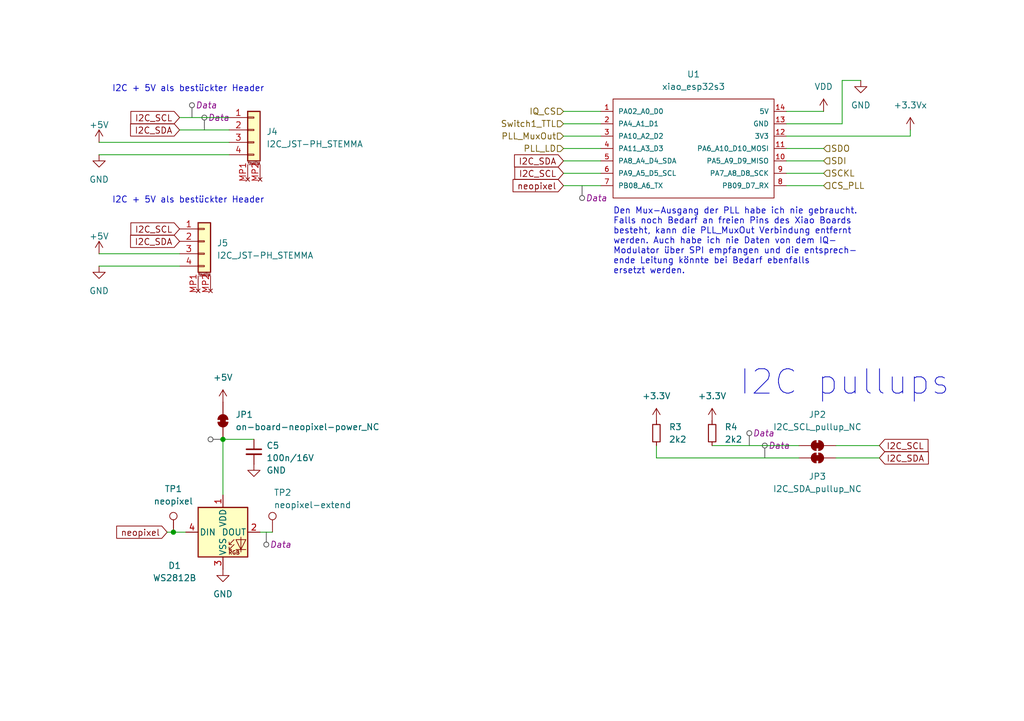
<source format=kicad_sch>
(kicad_sch
	(version 20231120)
	(generator "eeschema")
	(generator_version "8.0")
	(uuid "eaeda2d9-fab3-4361-a5c0-a2a0955f6f72")
	(paper "A5")
	(lib_symbols
		(symbol "Connector:TestPoint"
			(pin_numbers hide)
			(pin_names
				(offset 0.762) hide)
			(exclude_from_sim no)
			(in_bom yes)
			(on_board yes)
			(property "Reference" "TP"
				(at 0 6.858 0)
				(effects
					(font
						(size 1.27 1.27)
					)
				)
			)
			(property "Value" "TestPoint"
				(at 0 5.08 0)
				(effects
					(font
						(size 1.27 1.27)
					)
				)
			)
			(property "Footprint" ""
				(at 5.08 0 0)
				(effects
					(font
						(size 1.27 1.27)
					)
					(hide yes)
				)
			)
			(property "Datasheet" "~"
				(at 5.08 0 0)
				(effects
					(font
						(size 1.27 1.27)
					)
					(hide yes)
				)
			)
			(property "Description" "test point"
				(at 0 0 0)
				(effects
					(font
						(size 1.27 1.27)
					)
					(hide yes)
				)
			)
			(property "ki_keywords" "test point tp"
				(at 0 0 0)
				(effects
					(font
						(size 1.27 1.27)
					)
					(hide yes)
				)
			)
			(property "ki_fp_filters" "Pin* Test*"
				(at 0 0 0)
				(effects
					(font
						(size 1.27 1.27)
					)
					(hide yes)
				)
			)
			(symbol "TestPoint_0_1"
				(circle
					(center 0 3.302)
					(radius 0.762)
					(stroke
						(width 0)
						(type default)
					)
					(fill
						(type none)
					)
				)
			)
			(symbol "TestPoint_1_1"
				(pin passive line
					(at 0 0 90)
					(length 2.54)
					(name "1"
						(effects
							(font
								(size 1.27 1.27)
							)
						)
					)
					(number "1"
						(effects
							(font
								(size 1.27 1.27)
							)
						)
					)
				)
			)
		)
		(symbol "Device:C_Small"
			(pin_numbers hide)
			(pin_names
				(offset 0.254) hide)
			(exclude_from_sim no)
			(in_bom yes)
			(on_board yes)
			(property "Reference" "C"
				(at 0.254 1.778 0)
				(effects
					(font
						(size 1.27 1.27)
					)
					(justify left)
				)
			)
			(property "Value" "C_Small"
				(at 0.254 -2.032 0)
				(effects
					(font
						(size 1.27 1.27)
					)
					(justify left)
				)
			)
			(property "Footprint" ""
				(at 0 0 0)
				(effects
					(font
						(size 1.27 1.27)
					)
					(hide yes)
				)
			)
			(property "Datasheet" "~"
				(at 0 0 0)
				(effects
					(font
						(size 1.27 1.27)
					)
					(hide yes)
				)
			)
			(property "Description" "Unpolarized capacitor, small symbol"
				(at 0 0 0)
				(effects
					(font
						(size 1.27 1.27)
					)
					(hide yes)
				)
			)
			(property "ki_keywords" "capacitor cap"
				(at 0 0 0)
				(effects
					(font
						(size 1.27 1.27)
					)
					(hide yes)
				)
			)
			(property "ki_fp_filters" "C_*"
				(at 0 0 0)
				(effects
					(font
						(size 1.27 1.27)
					)
					(hide yes)
				)
			)
			(symbol "C_Small_0_1"
				(polyline
					(pts
						(xy -1.524 -0.508) (xy 1.524 -0.508)
					)
					(stroke
						(width 0.3302)
						(type default)
					)
					(fill
						(type none)
					)
				)
				(polyline
					(pts
						(xy -1.524 0.508) (xy 1.524 0.508)
					)
					(stroke
						(width 0.3048)
						(type default)
					)
					(fill
						(type none)
					)
				)
			)
			(symbol "C_Small_1_1"
				(pin passive line
					(at 0 2.54 270)
					(length 2.032)
					(name "~"
						(effects
							(font
								(size 1.27 1.27)
							)
						)
					)
					(number "1"
						(effects
							(font
								(size 1.27 1.27)
							)
						)
					)
				)
				(pin passive line
					(at 0 -2.54 90)
					(length 2.032)
					(name "~"
						(effects
							(font
								(size 1.27 1.27)
							)
						)
					)
					(number "2"
						(effects
							(font
								(size 1.27 1.27)
							)
						)
					)
				)
			)
		)
		(symbol "Device:R_Small"
			(pin_numbers hide)
			(pin_names
				(offset 0.254) hide)
			(exclude_from_sim no)
			(in_bom yes)
			(on_board yes)
			(property "Reference" "R"
				(at 0.762 0.508 0)
				(effects
					(font
						(size 1.27 1.27)
					)
					(justify left)
				)
			)
			(property "Value" "R_Small"
				(at 0.762 -1.016 0)
				(effects
					(font
						(size 1.27 1.27)
					)
					(justify left)
				)
			)
			(property "Footprint" ""
				(at 0 0 0)
				(effects
					(font
						(size 1.27 1.27)
					)
					(hide yes)
				)
			)
			(property "Datasheet" "~"
				(at 0 0 0)
				(effects
					(font
						(size 1.27 1.27)
					)
					(hide yes)
				)
			)
			(property "Description" "Resistor, small symbol"
				(at 0 0 0)
				(effects
					(font
						(size 1.27 1.27)
					)
					(hide yes)
				)
			)
			(property "ki_keywords" "R resistor"
				(at 0 0 0)
				(effects
					(font
						(size 1.27 1.27)
					)
					(hide yes)
				)
			)
			(property "ki_fp_filters" "R_*"
				(at 0 0 0)
				(effects
					(font
						(size 1.27 1.27)
					)
					(hide yes)
				)
			)
			(symbol "R_Small_0_1"
				(rectangle
					(start -0.762 1.778)
					(end 0.762 -1.778)
					(stroke
						(width 0.2032)
						(type default)
					)
					(fill
						(type none)
					)
				)
			)
			(symbol "R_Small_1_1"
				(pin passive line
					(at 0 2.54 270)
					(length 0.762)
					(name "~"
						(effects
							(font
								(size 1.27 1.27)
							)
						)
					)
					(number "1"
						(effects
							(font
								(size 1.27 1.27)
							)
						)
					)
				)
				(pin passive line
					(at 0 -2.54 90)
					(length 0.762)
					(name "~"
						(effects
							(font
								(size 1.27 1.27)
							)
						)
					)
					(number "2"
						(effects
							(font
								(size 1.27 1.27)
							)
						)
					)
				)
			)
		)
		(symbol "Jumper:SolderJumper_2_Bridged"
			(pin_numbers hide)
			(pin_names
				(offset 0) hide)
			(exclude_from_sim yes)
			(in_bom no)
			(on_board yes)
			(property "Reference" "JP"
				(at 0 2.032 0)
				(effects
					(font
						(size 1.27 1.27)
					)
				)
			)
			(property "Value" "SolderJumper_2_Bridged"
				(at 0 -2.54 0)
				(effects
					(font
						(size 1.27 1.27)
					)
				)
			)
			(property "Footprint" ""
				(at 0 0 0)
				(effects
					(font
						(size 1.27 1.27)
					)
					(hide yes)
				)
			)
			(property "Datasheet" "~"
				(at 0 0 0)
				(effects
					(font
						(size 1.27 1.27)
					)
					(hide yes)
				)
			)
			(property "Description" "Solder Jumper, 2-pole, closed/bridged"
				(at 0 0 0)
				(effects
					(font
						(size 1.27 1.27)
					)
					(hide yes)
				)
			)
			(property "ki_keywords" "solder jumper SPST"
				(at 0 0 0)
				(effects
					(font
						(size 1.27 1.27)
					)
					(hide yes)
				)
			)
			(property "ki_fp_filters" "SolderJumper*Bridged*"
				(at 0 0 0)
				(effects
					(font
						(size 1.27 1.27)
					)
					(hide yes)
				)
			)
			(symbol "SolderJumper_2_Bridged_0_1"
				(rectangle
					(start -0.508 0.508)
					(end 0.508 -0.508)
					(stroke
						(width 0)
						(type default)
					)
					(fill
						(type outline)
					)
				)
				(arc
					(start -0.254 1.016)
					(mid -1.2656 0)
					(end -0.254 -1.016)
					(stroke
						(width 0)
						(type default)
					)
					(fill
						(type none)
					)
				)
				(arc
					(start -0.254 1.016)
					(mid -1.2656 0)
					(end -0.254 -1.016)
					(stroke
						(width 0)
						(type default)
					)
					(fill
						(type outline)
					)
				)
				(polyline
					(pts
						(xy -0.254 1.016) (xy -0.254 -1.016)
					)
					(stroke
						(width 0)
						(type default)
					)
					(fill
						(type none)
					)
				)
				(polyline
					(pts
						(xy 0.254 1.016) (xy 0.254 -1.016)
					)
					(stroke
						(width 0)
						(type default)
					)
					(fill
						(type none)
					)
				)
				(arc
					(start 0.254 -1.016)
					(mid 1.2656 0)
					(end 0.254 1.016)
					(stroke
						(width 0)
						(type default)
					)
					(fill
						(type none)
					)
				)
				(arc
					(start 0.254 -1.016)
					(mid 1.2656 0)
					(end 0.254 1.016)
					(stroke
						(width 0)
						(type default)
					)
					(fill
						(type outline)
					)
				)
			)
			(symbol "SolderJumper_2_Bridged_1_1"
				(pin passive line
					(at -3.81 0 0)
					(length 2.54)
					(name "A"
						(effects
							(font
								(size 1.27 1.27)
							)
						)
					)
					(number "1"
						(effects
							(font
								(size 1.27 1.27)
							)
						)
					)
				)
				(pin passive line
					(at 3.81 0 180)
					(length 2.54)
					(name "B"
						(effects
							(font
								(size 1.27 1.27)
							)
						)
					)
					(number "2"
						(effects
							(font
								(size 1.27 1.27)
							)
						)
					)
				)
			)
		)
		(symbol "LED:WS2812B"
			(pin_names
				(offset 0.254)
			)
			(exclude_from_sim no)
			(in_bom yes)
			(on_board yes)
			(property "Reference" "D"
				(at 5.08 5.715 0)
				(effects
					(font
						(size 1.27 1.27)
					)
					(justify right bottom)
				)
			)
			(property "Value" "WS2812B"
				(at 1.27 -5.715 0)
				(effects
					(font
						(size 1.27 1.27)
					)
					(justify left top)
				)
			)
			(property "Footprint" "LED_SMD:LED_WS2812B_PLCC4_5.0x5.0mm_P3.2mm"
				(at 1.27 -7.62 0)
				(effects
					(font
						(size 1.27 1.27)
					)
					(justify left top)
					(hide yes)
				)
			)
			(property "Datasheet" "https://cdn-shop.adafruit.com/datasheets/WS2812B.pdf"
				(at 2.54 -9.525 0)
				(effects
					(font
						(size 1.27 1.27)
					)
					(justify left top)
					(hide yes)
				)
			)
			(property "Description" "RGB LED with integrated controller"
				(at 0 0 0)
				(effects
					(font
						(size 1.27 1.27)
					)
					(hide yes)
				)
			)
			(property "ki_keywords" "RGB LED NeoPixel addressable"
				(at 0 0 0)
				(effects
					(font
						(size 1.27 1.27)
					)
					(hide yes)
				)
			)
			(property "ki_fp_filters" "LED*WS2812*PLCC*5.0x5.0mm*P3.2mm*"
				(at 0 0 0)
				(effects
					(font
						(size 1.27 1.27)
					)
					(hide yes)
				)
			)
			(symbol "WS2812B_0_0"
				(text "RGB"
					(at 2.286 -4.191 0)
					(effects
						(font
							(size 0.762 0.762)
						)
					)
				)
			)
			(symbol "WS2812B_0_1"
				(polyline
					(pts
						(xy 1.27 -3.556) (xy 1.778 -3.556)
					)
					(stroke
						(width 0)
						(type default)
					)
					(fill
						(type none)
					)
				)
				(polyline
					(pts
						(xy 1.27 -2.54) (xy 1.778 -2.54)
					)
					(stroke
						(width 0)
						(type default)
					)
					(fill
						(type none)
					)
				)
				(polyline
					(pts
						(xy 4.699 -3.556) (xy 2.667 -3.556)
					)
					(stroke
						(width 0)
						(type default)
					)
					(fill
						(type none)
					)
				)
				(polyline
					(pts
						(xy 2.286 -2.54) (xy 1.27 -3.556) (xy 1.27 -3.048)
					)
					(stroke
						(width 0)
						(type default)
					)
					(fill
						(type none)
					)
				)
				(polyline
					(pts
						(xy 2.286 -1.524) (xy 1.27 -2.54) (xy 1.27 -2.032)
					)
					(stroke
						(width 0)
						(type default)
					)
					(fill
						(type none)
					)
				)
				(polyline
					(pts
						(xy 3.683 -1.016) (xy 3.683 -3.556) (xy 3.683 -4.064)
					)
					(stroke
						(width 0)
						(type default)
					)
					(fill
						(type none)
					)
				)
				(polyline
					(pts
						(xy 4.699 -1.524) (xy 2.667 -1.524) (xy 3.683 -3.556) (xy 4.699 -1.524)
					)
					(stroke
						(width 0)
						(type default)
					)
					(fill
						(type none)
					)
				)
				(rectangle
					(start 5.08 5.08)
					(end -5.08 -5.08)
					(stroke
						(width 0.254)
						(type default)
					)
					(fill
						(type background)
					)
				)
			)
			(symbol "WS2812B_1_1"
				(pin power_in line
					(at 0 7.62 270)
					(length 2.54)
					(name "VDD"
						(effects
							(font
								(size 1.27 1.27)
							)
						)
					)
					(number "1"
						(effects
							(font
								(size 1.27 1.27)
							)
						)
					)
				)
				(pin output line
					(at 7.62 0 180)
					(length 2.54)
					(name "DOUT"
						(effects
							(font
								(size 1.27 1.27)
							)
						)
					)
					(number "2"
						(effects
							(font
								(size 1.27 1.27)
							)
						)
					)
				)
				(pin power_in line
					(at 0 -7.62 90)
					(length 2.54)
					(name "VSS"
						(effects
							(font
								(size 1.27 1.27)
							)
						)
					)
					(number "3"
						(effects
							(font
								(size 1.27 1.27)
							)
						)
					)
				)
				(pin input line
					(at -7.62 0 0)
					(length 2.54)
					(name "DIN"
						(effects
							(font
								(size 1.27 1.27)
							)
						)
					)
					(number "4"
						(effects
							(font
								(size 1.27 1.27)
							)
						)
					)
				)
			)
		)
		(symbol "connector_2-individual-mountingpins:Conn_01x04_2-individual-MountingPins"
			(pin_names
				(offset 1.016) hide)
			(exclude_from_sim no)
			(in_bom yes)
			(on_board yes)
			(property "Reference" "J"
				(at 0 5.08 0)
				(effects
					(font
						(size 1.27 1.27)
					)
				)
			)
			(property "Value" "Conn_01x04_MountingPin"
				(at 1.27 -7.62 0)
				(effects
					(font
						(size 1.27 1.27)
					)
					(justify left)
				)
			)
			(property "Footprint" ""
				(at 0 0 0)
				(effects
					(font
						(size 1.27 1.27)
					)
					(hide yes)
				)
			)
			(property "Datasheet" "~"
				(at 0 0 0)
				(effects
					(font
						(size 1.27 1.27)
					)
					(hide yes)
				)
			)
			(property "Description" "Generic connectable mounting pin connector, single row, 01x04, script generated (kicad-library-utils/schlib/autogen/connector/)"
				(at 0 0 0)
				(effects
					(font
						(size 1.27 1.27)
					)
					(hide yes)
				)
			)
			(property "ki_keywords" "connector"
				(at 0 0 0)
				(effects
					(font
						(size 1.27 1.27)
					)
					(hide yes)
				)
			)
			(property "ki_fp_filters" "Connector*:*_1x??-1MP*"
				(at 0 0 0)
				(effects
					(font
						(size 1.27 1.27)
					)
					(hide yes)
				)
			)
			(symbol "Conn_01x04_2-individual-MountingPins_1_1"
				(rectangle
					(start -1.27 -4.953)
					(end 0 -5.207)
					(stroke
						(width 0.1524)
						(type default)
					)
					(fill
						(type none)
					)
				)
				(rectangle
					(start -1.27 -2.413)
					(end 0 -2.667)
					(stroke
						(width 0.1524)
						(type default)
					)
					(fill
						(type none)
					)
				)
				(rectangle
					(start -1.27 0.127)
					(end 0 -0.127)
					(stroke
						(width 0.1524)
						(type default)
					)
					(fill
						(type none)
					)
				)
				(rectangle
					(start -1.27 2.667)
					(end 0 2.413)
					(stroke
						(width 0.1524)
						(type default)
					)
					(fill
						(type none)
					)
				)
				(rectangle
					(start -1.27 3.81)
					(end 1.27 -6.35)
					(stroke
						(width 0.254)
						(type default)
					)
					(fill
						(type background)
					)
				)
				(polyline
					(pts
						(xy -1.016 -7.112) (xy 1.016 -7.112)
					)
					(stroke
						(width 0.1524)
						(type default)
					)
					(fill
						(type none)
					)
				)
				(text "Mounting"
					(at 0 -6.731 0)
					(effects
						(font
							(size 0.381 0.381)
						)
					)
				)
				(pin passive line
					(at -5.08 2.54 0)
					(length 3.81)
					(name "Pin_1"
						(effects
							(font
								(size 1.27 1.27)
							)
						)
					)
					(number "1"
						(effects
							(font
								(size 1.27 1.27)
							)
						)
					)
				)
				(pin passive line
					(at -5.08 0 0)
					(length 3.81)
					(name "Pin_2"
						(effects
							(font
								(size 1.27 1.27)
							)
						)
					)
					(number "2"
						(effects
							(font
								(size 1.27 1.27)
							)
						)
					)
				)
				(pin passive line
					(at -5.08 -2.54 0)
					(length 3.81)
					(name "Pin_3"
						(effects
							(font
								(size 1.27 1.27)
							)
						)
					)
					(number "3"
						(effects
							(font
								(size 1.27 1.27)
							)
						)
					)
				)
				(pin passive line
					(at -5.08 -5.08 0)
					(length 3.81)
					(name "Pin_4"
						(effects
							(font
								(size 1.27 1.27)
							)
						)
					)
					(number "4"
						(effects
							(font
								(size 1.27 1.27)
							)
						)
					)
				)
				(pin no_connect line
					(at -1.27 -10.16 90)
					(length 3.048)
					(name "MountPin1"
						(effects
							(font
								(size 1.27 1.27)
							)
						)
					)
					(number "MP1"
						(effects
							(font
								(size 1.27 1.27)
							)
						)
					)
				)
				(pin no_connect line
					(at 1.27 -10.16 90)
					(length 3.048)
					(name "MountPin2"
						(effects
							(font
								(size 1.27 1.27)
							)
						)
					)
					(number "MP2"
						(effects
							(font
								(size 1.27 1.27)
							)
						)
					)
				)
			)
		)
		(symbol "power:+3.3V"
			(power)
			(pin_numbers hide)
			(pin_names
				(offset 0) hide)
			(exclude_from_sim no)
			(in_bom yes)
			(on_board yes)
			(property "Reference" "#PWR"
				(at 0 -3.81 0)
				(effects
					(font
						(size 1.27 1.27)
					)
					(hide yes)
				)
			)
			(property "Value" "+3.3V"
				(at 0 3.556 0)
				(effects
					(font
						(size 1.27 1.27)
					)
				)
			)
			(property "Footprint" ""
				(at 0 0 0)
				(effects
					(font
						(size 1.27 1.27)
					)
					(hide yes)
				)
			)
			(property "Datasheet" ""
				(at 0 0 0)
				(effects
					(font
						(size 1.27 1.27)
					)
					(hide yes)
				)
			)
			(property "Description" "Power symbol creates a global label with name \"+3.3V\""
				(at 0 0 0)
				(effects
					(font
						(size 1.27 1.27)
					)
					(hide yes)
				)
			)
			(property "ki_keywords" "global power"
				(at 0 0 0)
				(effects
					(font
						(size 1.27 1.27)
					)
					(hide yes)
				)
			)
			(symbol "+3.3V_0_1"
				(polyline
					(pts
						(xy -0.762 1.27) (xy 0 2.54)
					)
					(stroke
						(width 0)
						(type default)
					)
					(fill
						(type none)
					)
				)
				(polyline
					(pts
						(xy 0 0) (xy 0 2.54)
					)
					(stroke
						(width 0)
						(type default)
					)
					(fill
						(type none)
					)
				)
				(polyline
					(pts
						(xy 0 2.54) (xy 0.762 1.27)
					)
					(stroke
						(width 0)
						(type default)
					)
					(fill
						(type none)
					)
				)
			)
			(symbol "+3.3V_1_1"
				(pin power_in line
					(at 0 0 90)
					(length 0)
					(name "~"
						(effects
							(font
								(size 1.27 1.27)
							)
						)
					)
					(number "1"
						(effects
							(font
								(size 1.27 1.27)
							)
						)
					)
				)
			)
		)
		(symbol "power:+5V"
			(power)
			(pin_numbers hide)
			(pin_names
				(offset 0) hide)
			(exclude_from_sim no)
			(in_bom yes)
			(on_board yes)
			(property "Reference" "#PWR"
				(at 0 -3.81 0)
				(effects
					(font
						(size 1.27 1.27)
					)
					(hide yes)
				)
			)
			(property "Value" "+5V"
				(at 0 3.556 0)
				(effects
					(font
						(size 1.27 1.27)
					)
				)
			)
			(property "Footprint" ""
				(at 0 0 0)
				(effects
					(font
						(size 1.27 1.27)
					)
					(hide yes)
				)
			)
			(property "Datasheet" ""
				(at 0 0 0)
				(effects
					(font
						(size 1.27 1.27)
					)
					(hide yes)
				)
			)
			(property "Description" "Power symbol creates a global label with name \"+5V\""
				(at 0 0 0)
				(effects
					(font
						(size 1.27 1.27)
					)
					(hide yes)
				)
			)
			(property "ki_keywords" "global power"
				(at 0 0 0)
				(effects
					(font
						(size 1.27 1.27)
					)
					(hide yes)
				)
			)
			(symbol "+5V_0_1"
				(polyline
					(pts
						(xy -0.762 1.27) (xy 0 2.54)
					)
					(stroke
						(width 0)
						(type default)
					)
					(fill
						(type none)
					)
				)
				(polyline
					(pts
						(xy 0 0) (xy 0 2.54)
					)
					(stroke
						(width 0)
						(type default)
					)
					(fill
						(type none)
					)
				)
				(polyline
					(pts
						(xy 0 2.54) (xy 0.762 1.27)
					)
					(stroke
						(width 0)
						(type default)
					)
					(fill
						(type none)
					)
				)
			)
			(symbol "+5V_1_1"
				(pin power_in line
					(at 0 0 90)
					(length 0)
					(name "~"
						(effects
							(font
								(size 1.27 1.27)
							)
						)
					)
					(number "1"
						(effects
							(font
								(size 1.27 1.27)
							)
						)
					)
				)
			)
		)
		(symbol "power:GND"
			(power)
			(pin_numbers hide)
			(pin_names
				(offset 0) hide)
			(exclude_from_sim no)
			(in_bom yes)
			(on_board yes)
			(property "Reference" "#PWR"
				(at 0 -6.35 0)
				(effects
					(font
						(size 1.27 1.27)
					)
					(hide yes)
				)
			)
			(property "Value" "GND"
				(at 0 -3.81 0)
				(effects
					(font
						(size 1.27 1.27)
					)
				)
			)
			(property "Footprint" ""
				(at 0 0 0)
				(effects
					(font
						(size 1.27 1.27)
					)
					(hide yes)
				)
			)
			(property "Datasheet" ""
				(at 0 0 0)
				(effects
					(font
						(size 1.27 1.27)
					)
					(hide yes)
				)
			)
			(property "Description" "Power symbol creates a global label with name \"GND\" , ground"
				(at 0 0 0)
				(effects
					(font
						(size 1.27 1.27)
					)
					(hide yes)
				)
			)
			(property "ki_keywords" "global power"
				(at 0 0 0)
				(effects
					(font
						(size 1.27 1.27)
					)
					(hide yes)
				)
			)
			(symbol "GND_0_1"
				(polyline
					(pts
						(xy 0 0) (xy 0 -1.27) (xy 1.27 -1.27) (xy 0 -2.54) (xy -1.27 -1.27) (xy 0 -1.27)
					)
					(stroke
						(width 0)
						(type default)
					)
					(fill
						(type none)
					)
				)
			)
			(symbol "GND_1_1"
				(pin power_in line
					(at 0 0 270)
					(length 0)
					(name "~"
						(effects
							(font
								(size 1.27 1.27)
							)
						)
					)
					(number "1"
						(effects
							(font
								(size 1.27 1.27)
							)
						)
					)
				)
			)
		)
		(symbol "power:VDD"
			(power)
			(pin_numbers hide)
			(pin_names
				(offset 0) hide)
			(exclude_from_sim no)
			(in_bom yes)
			(on_board yes)
			(property "Reference" "#PWR"
				(at 0 -3.81 0)
				(effects
					(font
						(size 1.27 1.27)
					)
					(hide yes)
				)
			)
			(property "Value" "VDD"
				(at 0 3.556 0)
				(effects
					(font
						(size 1.27 1.27)
					)
				)
			)
			(property "Footprint" ""
				(at 0 0 0)
				(effects
					(font
						(size 1.27 1.27)
					)
					(hide yes)
				)
			)
			(property "Datasheet" ""
				(at 0 0 0)
				(effects
					(font
						(size 1.27 1.27)
					)
					(hide yes)
				)
			)
			(property "Description" "Power symbol creates a global label with name \"VDD\""
				(at 0 0 0)
				(effects
					(font
						(size 1.27 1.27)
					)
					(hide yes)
				)
			)
			(property "ki_keywords" "global power"
				(at 0 0 0)
				(effects
					(font
						(size 1.27 1.27)
					)
					(hide yes)
				)
			)
			(symbol "VDD_0_1"
				(polyline
					(pts
						(xy -0.762 1.27) (xy 0 2.54)
					)
					(stroke
						(width 0)
						(type default)
					)
					(fill
						(type none)
					)
				)
				(polyline
					(pts
						(xy 0 0) (xy 0 2.54)
					)
					(stroke
						(width 0)
						(type default)
					)
					(fill
						(type none)
					)
				)
				(polyline
					(pts
						(xy 0 2.54) (xy 0.762 1.27)
					)
					(stroke
						(width 0)
						(type default)
					)
					(fill
						(type none)
					)
				)
			)
			(symbol "VDD_1_1"
				(pin power_in line
					(at 0 0 90)
					(length 0)
					(name "~"
						(effects
							(font
								(size 1.27 1.27)
							)
						)
					)
					(number "1"
						(effects
							(font
								(size 1.27 1.27)
							)
						)
					)
				)
			)
		)
		(symbol "xiao-esp32s3_lib:xiao_esp32s3"
			(pin_names
				(offset 1.016)
			)
			(exclude_from_sim no)
			(in_bom yes)
			(on_board yes)
			(property "Reference" "U"
				(at -6.35 13.97 0)
				(effects
					(font
						(size 1.27 1.27)
					)
					(justify left bottom)
				)
			)
			(property "Value" "xiao_esp32s3"
				(at -6.35 11.43 0)
				(effects
					(font
						(size 1.27 1.27)
					)
					(justify left bottom)
				)
			)
			(property "Footprint" "lib:XIAO-Generic-Thruhole-14P-2.54-21X17.8MM"
				(at 0 17.272 0)
				(effects
					(font
						(size 1.27 1.27)
					)
					(justify bottom)
					(hide yes)
				)
			)
			(property "Datasheet" ""
				(at 5.08 2.54 0)
				(effects
					(font
						(size 1.27 1.27)
					)
					(hide yes)
				)
			)
			(property "Description" "xiao module placeholder for schematic. Use 2 single 7p headers for automatic assembly, place on top, then select \"exclude from board\" and \"exclude from bill of materials\""
				(at 0.254 -12.446 0)
				(effects
					(font
						(size 1.27 1.27)
					)
					(hide yes)
				)
			)
			(symbol "xiao_esp32s3_0_0"
				(pin bidirectional line
					(at -19.05 7.62 0)
					(length 2.54)
					(name "PA02_A0_D0"
						(effects
							(font
								(size 1.016 1.016)
							)
						)
					)
					(number "1"
						(effects
							(font
								(size 1.016 1.016)
							)
						)
					)
				)
				(pin bidirectional line
					(at 19.05 -2.54 180)
					(length 2.54)
					(name "PA5_A9_D9_MISO"
						(effects
							(font
								(size 1.016 1.016)
							)
						)
					)
					(number "10"
						(effects
							(font
								(size 1.016 1.016)
							)
						)
					)
				)
				(pin bidirectional line
					(at 19.05 0 180)
					(length 2.54)
					(name "PA6_A10_D10_MOSI"
						(effects
							(font
								(size 1.016 1.016)
							)
						)
					)
					(number "11"
						(effects
							(font
								(size 1.016 1.016)
							)
						)
					)
				)
				(pin bidirectional line
					(at 19.05 2.54 180)
					(length 2.54)
					(name "3V3"
						(effects
							(font
								(size 1.016 1.016)
							)
						)
					)
					(number "12"
						(effects
							(font
								(size 1.016 1.016)
							)
						)
					)
				)
				(pin bidirectional line
					(at 19.05 5.08 180)
					(length 2.54)
					(name "GND"
						(effects
							(font
								(size 1.016 1.016)
							)
						)
					)
					(number "13"
						(effects
							(font
								(size 1.016 1.016)
							)
						)
					)
				)
				(pin bidirectional line
					(at 19.05 7.62 180)
					(length 2.54)
					(name "5V"
						(effects
							(font
								(size 1.016 1.016)
							)
						)
					)
					(number "14"
						(effects
							(font
								(size 1.016 1.016)
							)
						)
					)
				)
				(pin bidirectional line
					(at -19.05 5.08 0)
					(length 2.54)
					(name "PA4_A1_D1"
						(effects
							(font
								(size 1.016 1.016)
							)
						)
					)
					(number "2"
						(effects
							(font
								(size 1.016 1.016)
							)
						)
					)
				)
				(pin bidirectional line
					(at -19.05 2.54 0)
					(length 2.54)
					(name "PA10_A2_D2"
						(effects
							(font
								(size 1.016 1.016)
							)
						)
					)
					(number "3"
						(effects
							(font
								(size 1.016 1.016)
							)
						)
					)
				)
				(pin bidirectional line
					(at -19.05 0 0)
					(length 2.54)
					(name "PA11_A3_D3"
						(effects
							(font
								(size 1.016 1.016)
							)
						)
					)
					(number "4"
						(effects
							(font
								(size 1.016 1.016)
							)
						)
					)
				)
				(pin bidirectional line
					(at -19.05 -2.54 0)
					(length 2.54)
					(name "PA8_A4_D4_SDA"
						(effects
							(font
								(size 1.016 1.016)
							)
						)
					)
					(number "5"
						(effects
							(font
								(size 1.016 1.016)
							)
						)
					)
				)
				(pin bidirectional line
					(at -19.05 -5.08 0)
					(length 2.54)
					(name "PA9_A5_D5_SCL"
						(effects
							(font
								(size 1.016 1.016)
							)
						)
					)
					(number "6"
						(effects
							(font
								(size 1.016 1.016)
							)
						)
					)
				)
				(pin bidirectional line
					(at -19.05 -7.62 0)
					(length 2.54)
					(name "PB08_A6_TX"
						(effects
							(font
								(size 1.016 1.016)
							)
						)
					)
					(number "7"
						(effects
							(font
								(size 1.016 1.016)
							)
						)
					)
				)
				(pin bidirectional line
					(at 19.05 -7.62 180)
					(length 2.54)
					(name "PB09_D7_RX"
						(effects
							(font
								(size 1.016 1.016)
							)
						)
					)
					(number "8"
						(effects
							(font
								(size 1.016 1.016)
							)
						)
					)
				)
				(pin bidirectional line
					(at 19.05 -5.08 180)
					(length 2.54)
					(name "PA7_A8_D8_SCK"
						(effects
							(font
								(size 1.016 1.016)
							)
						)
					)
					(number "9"
						(effects
							(font
								(size 1.016 1.016)
							)
						)
					)
				)
			)
			(symbol "xiao_esp32s3_0_1"
				(rectangle
					(start -16.51 10.16)
					(end 16.51 -10.16)
					(stroke
						(width 0)
						(type default)
					)
					(fill
						(type none)
					)
				)
			)
		)
	)
	(junction
		(at 35.56 109.22)
		(diameter 0)
		(color 0 0 0 0)
		(uuid "6a816608-8136-468b-b8fd-18af5802ca0a")
	)
	(junction
		(at 45.72 90.17)
		(diameter 0)
		(color 0 0 0 0)
		(uuid "b5f4afb0-6370-4947-8038-d356d167283a")
	)
	(wire
		(pts
			(xy 115.57 25.4) (xy 123.19 25.4)
		)
		(stroke
			(width 0)
			(type default)
		)
		(uuid "166e09ba-88a8-4f35-9a10-98f239e06eb8")
	)
	(wire
		(pts
			(xy 161.29 38.1) (xy 168.91 38.1)
		)
		(stroke
			(width 0)
			(type default)
		)
		(uuid "1aa13577-dff8-4de0-b265-47b6792c4dd9")
	)
	(wire
		(pts
			(xy 146.05 91.44) (xy 163.83 91.44)
		)
		(stroke
			(width 0)
			(type default)
		)
		(uuid "242c43f1-b285-4514-86a5-bc2d4c84acc9")
	)
	(wire
		(pts
			(xy 115.57 35.56) (xy 123.19 35.56)
		)
		(stroke
			(width 0)
			(type default)
		)
		(uuid "289628d5-cb76-44a2-ad07-2a5e6262538b")
	)
	(wire
		(pts
			(xy 134.62 91.44) (xy 134.62 93.98)
		)
		(stroke
			(width 0)
			(type default)
		)
		(uuid "2ac3143d-286c-4b68-9d2d-1c2513068ef5")
	)
	(wire
		(pts
			(xy 46.99 26.67) (xy 36.83 26.67)
		)
		(stroke
			(width 0)
			(type default)
		)
		(uuid "396e1aaf-201b-4ad1-9269-3db923c07f68")
	)
	(wire
		(pts
			(xy 176.53 16.51) (xy 172.72 16.51)
		)
		(stroke
			(width 0)
			(type default)
		)
		(uuid "42c2aee1-ce5a-464f-89a8-eaeaaa50d9e3")
	)
	(wire
		(pts
			(xy 161.29 25.4) (xy 172.72 25.4)
		)
		(stroke
			(width 0)
			(type default)
		)
		(uuid "48f99862-07f0-4eac-b09e-bec068df611c")
	)
	(wire
		(pts
			(xy 115.57 38.1) (xy 123.19 38.1)
		)
		(stroke
			(width 0)
			(type default)
		)
		(uuid "5e7c08a7-423b-482d-92fe-d667b1d4a807")
	)
	(wire
		(pts
			(xy 20.32 29.21) (xy 46.99 29.21)
		)
		(stroke
			(width 0)
			(type default)
		)
		(uuid "602f2f1b-519f-4e10-9a6a-ac8e555a9bfc")
	)
	(wire
		(pts
			(xy 172.72 16.51) (xy 172.72 25.4)
		)
		(stroke
			(width 0)
			(type default)
		)
		(uuid "60bab503-0027-4af7-9183-c4c72363db84")
	)
	(wire
		(pts
			(xy 171.45 91.44) (xy 180.34 91.44)
		)
		(stroke
			(width 0)
			(type default)
		)
		(uuid "6e62d081-604c-4dd1-afbe-8f547acfe650")
	)
	(wire
		(pts
			(xy 161.29 35.56) (xy 168.91 35.56)
		)
		(stroke
			(width 0)
			(type default)
		)
		(uuid "7371f5ad-07f1-4661-9b8c-b4c55361b2d3")
	)
	(wire
		(pts
			(xy 161.29 22.86) (xy 168.91 22.86)
		)
		(stroke
			(width 0)
			(type default)
		)
		(uuid "74efa968-dedd-467d-82a0-165e683c363a")
	)
	(wire
		(pts
			(xy 161.29 27.94) (xy 186.69 27.94)
		)
		(stroke
			(width 0)
			(type default)
		)
		(uuid "7770914f-c133-4772-b520-2bc29c3f2b86")
	)
	(wire
		(pts
			(xy 171.45 93.98) (xy 180.34 93.98)
		)
		(stroke
			(width 0)
			(type default)
		)
		(uuid "779ed3af-d7b8-4ef1-bbfa-b537c9f30dd5")
	)
	(wire
		(pts
			(xy 55.88 109.22) (xy 53.34 109.22)
		)
		(stroke
			(width 0)
			(type default)
		)
		(uuid "7b0d7d4e-0c16-4b74-ab29-3b2ed6894cdf")
	)
	(wire
		(pts
			(xy 20.32 52.07) (xy 36.83 52.07)
		)
		(stroke
			(width 0)
			(type default)
		)
		(uuid "837a0d48-9cf6-4c90-8e23-0e02423ba493")
	)
	(wire
		(pts
			(xy 45.72 90.17) (xy 52.07 90.17)
		)
		(stroke
			(width 0)
			(type default)
		)
		(uuid "892cf09b-e261-4743-af20-145789ffab07")
	)
	(wire
		(pts
			(xy 45.72 101.6) (xy 45.72 90.17)
		)
		(stroke
			(width 0)
			(type default)
		)
		(uuid "9709b9cf-3b38-4763-b5eb-3110dcd3ec2b")
	)
	(wire
		(pts
			(xy 115.57 22.86) (xy 123.19 22.86)
		)
		(stroke
			(width 0)
			(type default)
		)
		(uuid "989b339a-6cf2-4a0b-8f2f-a74245ffefd0")
	)
	(wire
		(pts
			(xy 115.57 30.48) (xy 123.19 30.48)
		)
		(stroke
			(width 0)
			(type default)
		)
		(uuid "9b070562-fdb0-4181-a7d0-407e2f1348cf")
	)
	(wire
		(pts
			(xy 161.29 33.02) (xy 168.91 33.02)
		)
		(stroke
			(width 0)
			(type default)
		)
		(uuid "a1977472-d48f-4558-a7f7-732ca77e45ec")
	)
	(wire
		(pts
			(xy 20.32 31.75) (xy 46.99 31.75)
		)
		(stroke
			(width 0)
			(type default)
		)
		(uuid "a1ffb6a6-064a-487d-b9ad-668af8615826")
	)
	(wire
		(pts
			(xy 115.57 33.02) (xy 123.19 33.02)
		)
		(stroke
			(width 0)
			(type default)
		)
		(uuid "ac43bbca-ff17-4d9e-8910-16773e542b28")
	)
	(wire
		(pts
			(xy 35.56 109.22) (xy 38.1 109.22)
		)
		(stroke
			(width 0)
			(type default)
		)
		(uuid "afc59626-ca27-4e29-8923-2390bd27a00b")
	)
	(wire
		(pts
			(xy 20.32 54.61) (xy 36.83 54.61)
		)
		(stroke
			(width 0)
			(type default)
		)
		(uuid "be768fb6-df9c-447f-a3a7-7f9db8874c92")
	)
	(wire
		(pts
			(xy 161.29 30.48) (xy 168.91 30.48)
		)
		(stroke
			(width 0)
			(type default)
		)
		(uuid "c36c56e1-4c90-4c79-9e13-149a64aceb10")
	)
	(wire
		(pts
			(xy 34.29 109.22) (xy 35.56 109.22)
		)
		(stroke
			(width 0)
			(type default)
		)
		(uuid "c455cc12-cda3-4613-b1d2-d4f7ff659776")
	)
	(wire
		(pts
			(xy 115.57 27.94) (xy 123.19 27.94)
		)
		(stroke
			(width 0)
			(type default)
		)
		(uuid "dd633bda-c98d-4a7d-9f19-aa68784ca6ed")
	)
	(wire
		(pts
			(xy 46.99 24.13) (xy 36.83 24.13)
		)
		(stroke
			(width 0)
			(type default)
		)
		(uuid "e84c1ebb-a8bf-469b-887c-5a0386eff0de")
	)
	(wire
		(pts
			(xy 134.62 93.98) (xy 163.83 93.98)
		)
		(stroke
			(width 0)
			(type default)
		)
		(uuid "f142af8d-a65a-4fd3-b3bd-fac99168874f")
	)
	(wire
		(pts
			(xy 186.69 27.94) (xy 186.69 26.67)
		)
		(stroke
			(width 0)
			(type default)
		)
		(uuid "f4a55a6e-436b-49ed-8411-0e0c26f448d0")
	)
	(text "I2C pullups"
		(exclude_from_sim no)
		(at 173.228 75.692 0)
		(effects
			(font
				(size 5 5)
			)
			(justify top)
		)
		(uuid "3eefe8e0-2819-44c4-a009-697d07abb1e7")
	)
	(text "I2C + 5V als bestückter Header"
		(exclude_from_sim no)
		(at 38.608 18.288 0)
		(effects
			(font
				(size 1.27 1.27)
			)
		)
		(uuid "7081fb32-491c-40f7-897e-948dea792dab")
	)
	(text "I2C + 5V als bestückter Header"
		(exclude_from_sim no)
		(at 38.608 41.148 0)
		(effects
			(font
				(size 1.27 1.27)
			)
		)
		(uuid "7e64c923-ca89-481f-bcb3-a061f9093e34")
	)
	(text "Den Mux-Ausgang der PLL habe ich nie gebraucht.\nFalls noch Bedarf an freien Pins des Xiao Boards\nbesteht, kann die PLL_MuxOut Verbindung entfernt\nwerden. Auch habe ich nie Daten von dem IQ-\nModulator über SPI empfangen und die entsprech-\nende Leitung könnte bei Bedarf ebenfalls\nersetzt werden."
		(exclude_from_sim no)
		(at 125.73 49.53 0)
		(effects
			(font
				(size 1.27 1.27)
			)
			(justify left)
		)
		(uuid "95ff978c-8243-47ac-93b1-515f64ce28b3")
	)
	(global_label "I2C_SDA"
		(shape input)
		(at 36.83 26.67 180)
		(fields_autoplaced yes)
		(effects
			(font
				(size 1.27 1.27)
			)
			(justify right)
		)
		(uuid "0c8bcf5f-26b1-4547-a41a-11eab991abe1")
		(property "Intersheetrefs" "${INTERSHEET_REFS}"
			(at 26.2248 26.67 0)
			(effects
				(font
					(size 1.27 1.27)
				)
				(justify right)
				(hide yes)
			)
		)
	)
	(global_label "neopixel"
		(shape input)
		(at 115.57 38.1 180)
		(fields_autoplaced yes)
		(effects
			(font
				(size 1.27 1.27)
			)
			(justify right)
		)
		(uuid "3232bcbd-135e-44d9-aa32-c8a09cc14f6c")
		(property "Intersheetrefs" "${INTERSHEET_REFS}"
			(at 104.6625 38.1 0)
			(effects
				(font
					(size 1.27 1.27)
				)
				(justify right)
				(hide yes)
			)
		)
	)
	(global_label "neopixel"
		(shape input)
		(at 34.29 109.22 180)
		(fields_autoplaced yes)
		(effects
			(font
				(size 1.27 1.27)
			)
			(justify right)
		)
		(uuid "35de93c1-d75b-4267-b960-30314f5d58f3")
		(property "Intersheetrefs" "${INTERSHEET_REFS}"
			(at 23.3825 109.22 0)
			(effects
				(font
					(size 1.27 1.27)
				)
				(justify right)
				(hide yes)
			)
		)
	)
	(global_label "I2C_SCL"
		(shape input)
		(at 115.57 35.56 180)
		(fields_autoplaced yes)
		(effects
			(font
				(size 1.27 1.27)
			)
			(justify right)
		)
		(uuid "44a63e55-0489-40e7-aeb1-0a9cbcc056c3")
		(property "Intersheetrefs" "${INTERSHEET_REFS}"
			(at 105.0253 35.56 0)
			(effects
				(font
					(size 1.27 1.27)
				)
				(justify right)
				(hide yes)
			)
		)
	)
	(global_label "I2C_SCL"
		(shape input)
		(at 36.83 24.13 180)
		(fields_autoplaced yes)
		(effects
			(font
				(size 1.27 1.27)
			)
			(justify right)
		)
		(uuid "5e2311ed-f90d-47ca-94c8-148b04b8913e")
		(property "Intersheetrefs" "${INTERSHEET_REFS}"
			(at 26.2853 24.13 0)
			(effects
				(font
					(size 1.27 1.27)
				)
				(justify right)
				(hide yes)
			)
		)
	)
	(global_label "I2C_SDA"
		(shape input)
		(at 180.34 93.98 0)
		(fields_autoplaced yes)
		(effects
			(font
				(size 1.27 1.27)
			)
			(justify left)
		)
		(uuid "6a559e48-3204-449c-8c32-28d6b4a8a920")
		(property "Intersheetrefs" "${INTERSHEET_REFS}"
			(at 190.2116 93.98 0)
			(effects
				(font
					(size 1.27 1.27)
				)
				(justify left)
				(hide yes)
			)
		)
	)
	(global_label "I2C_SDA"
		(shape input)
		(at 36.83 49.53 180)
		(fields_autoplaced yes)
		(effects
			(font
				(size 1.27 1.27)
			)
			(justify right)
		)
		(uuid "cee9bbec-2936-4ff5-934c-712ef3518619")
		(property "Intersheetrefs" "${INTERSHEET_REFS}"
			(at 26.2248 49.53 0)
			(effects
				(font
					(size 1.27 1.27)
				)
				(justify right)
				(hide yes)
			)
		)
	)
	(global_label "I2C_SCL"
		(shape input)
		(at 180.34 91.44 0)
		(fields_autoplaced yes)
		(effects
			(font
				(size 1.27 1.27)
			)
			(justify left)
		)
		(uuid "ebb664d8-8778-4d90-9e97-5b219566f66e")
		(property "Intersheetrefs" "${INTERSHEET_REFS}"
			(at 190.1511 91.44 0)
			(effects
				(font
					(size 1.27 1.27)
				)
				(justify left)
				(hide yes)
			)
		)
	)
	(global_label "I2C_SCL"
		(shape input)
		(at 36.83 46.99 180)
		(fields_autoplaced yes)
		(effects
			(font
				(size 1.27 1.27)
			)
			(justify right)
		)
		(uuid "f3dc3ee2-a4c0-46e6-94f7-2b8aee2eeabe")
		(property "Intersheetrefs" "${INTERSHEET_REFS}"
			(at 26.2853 46.99 0)
			(effects
				(font
					(size 1.27 1.27)
				)
				(justify right)
				(hide yes)
			)
		)
	)
	(global_label "I2C_SDA"
		(shape input)
		(at 115.57 33.02 180)
		(fields_autoplaced yes)
		(effects
			(font
				(size 1.27 1.27)
			)
			(justify right)
		)
		(uuid "fd639b4b-7a69-4717-9e2e-975f0051dfa6")
		(property "Intersheetrefs" "${INTERSHEET_REFS}"
			(at 104.9648 33.02 0)
			(effects
				(font
					(size 1.27 1.27)
				)
				(justify right)
				(hide yes)
			)
		)
	)
	(hierarchical_label "IQ_CS"
		(shape input)
		(at 115.57 22.86 180)
		(effects
			(font
				(size 1.27 1.27)
			)
			(justify right)
		)
		(uuid "0b387952-486f-4d47-9368-f90ba4dfd6e4")
	)
	(hierarchical_label "Switch1_TTL"
		(shape input)
		(at 115.57 25.4 180)
		(effects
			(font
				(size 1.27 1.27)
			)
			(justify right)
		)
		(uuid "2280e102-1664-474e-94a5-244b48cee0bb")
	)
	(hierarchical_label "PLL_LD"
		(shape input)
		(at 115.57 30.48 180)
		(effects
			(font
				(size 1.27 1.27)
			)
			(justify right)
		)
		(uuid "54f55c85-b770-4f76-bcb2-1d52258eb658")
	)
	(hierarchical_label "SDI"
		(shape input)
		(at 168.91 33.02 0)
		(effects
			(font
				(size 1.27 1.27)
			)
			(justify left)
		)
		(uuid "5969c94b-8a81-4bbd-8ab3-f12e68e5de45")
	)
	(hierarchical_label "SDO"
		(shape input)
		(at 168.91 30.48 0)
		(effects
			(font
				(size 1.27 1.27)
			)
			(justify left)
		)
		(uuid "771172d8-c0fe-43ab-97ac-9affca58203c")
	)
	(hierarchical_label "CS_PLL"
		(shape input)
		(at 168.91 38.1 0)
		(effects
			(font
				(size 1.27 1.27)
			)
			(justify left)
		)
		(uuid "aa85d52d-e757-4b27-b290-bb412c6ce665")
	)
	(hierarchical_label "SCKL"
		(shape input)
		(at 168.91 35.56 0)
		(effects
			(font
				(size 1.27 1.27)
			)
			(justify left)
		)
		(uuid "b470a22d-8ea8-4694-b45c-7fefa6acdb82")
	)
	(hierarchical_label "PLL_MuxOut"
		(shape input)
		(at 115.57 27.94 180)
		(effects
			(font
				(size 1.27 1.27)
			)
			(justify right)
		)
		(uuid "fa777121-0896-463d-9a7c-556cadabfdcf")
	)
	(netclass_flag ""
		(length 2.54)
		(shape round)
		(at 54.61 109.22 180)
		(fields_autoplaced yes)
		(effects
			(font
				(size 1.27 1.27)
			)
			(justify right bottom)
		)
		(uuid "14a66d11-426c-4a65-94d3-953a30562b7a")
		(property "Netclass" "Data"
			(at 55.3085 111.76 0)
			(effects
				(font
					(size 1.27 1.27)
					(italic yes)
				)
				(justify left)
			)
		)
	)
	(netclass_flag ""
		(length 2.54)
		(shape round)
		(at 39.37 24.13 0)
		(fields_autoplaced yes)
		(effects
			(font
				(size 1.27 1.27)
			)
			(justify left bottom)
		)
		(uuid "321f0830-f0e4-4d22-a459-f97bed39cb97")
		(property "Netclass" "Data"
			(at 40.0685 21.59 0)
			(effects
				(font
					(size 1.27 1.27)
					(italic yes)
				)
				(justify left)
			)
		)
	)
	(netclass_flag ""
		(length 2.54)
		(shape round)
		(at 153.67 91.44 0)
		(fields_autoplaced yes)
		(effects
			(font
				(size 1.27 1.27)
			)
			(justify left bottom)
		)
		(uuid "37a0afcd-26fd-4e68-ba2a-4a906cfeae86")
		(property "Netclass" "Data"
			(at 154.3685 88.9 0)
			(effects
				(font
					(size 1.27 1.27)
					(italic yes)
				)
				(justify left)
			)
		)
	)
	(netclass_flag ""
		(length 2.54)
		(shape round)
		(at 156.8457 93.98 0)
		(fields_autoplaced yes)
		(effects
			(font
				(size 1.27 1.27)
			)
			(justify left bottom)
		)
		(uuid "87910351-ec76-4bd8-919b-5020a6209937")
		(property "Netclass" "Data"
			(at 157.5442 91.44 0)
			(effects
				(font
					(size 1.27 1.27)
					(italic yes)
				)
				(justify left)
			)
		)
	)
	(netclass_flag ""
		(length 2.54)
		(shape round)
		(at 41.91 26.67 0)
		(fields_autoplaced yes)
		(effects
			(font
				(size 1.27 1.27)
			)
			(justify left bottom)
		)
		(uuid "cd60d242-1e87-416f-b215-e1e1d09a154b")
		(property "Netclass" "Data"
			(at 42.6085 24.13 0)
			(effects
				(font
					(size 1.27 1.27)
					(italic yes)
				)
				(justify left)
			)
		)
	)
	(netclass_flag ""
		(length 2.54)
		(shape round)
		(at 119.38 38.1 180)
		(fields_autoplaced yes)
		(effects
			(font
				(size 1.27 1.27)
			)
			(justify right bottom)
		)
		(uuid "dc3f8f05-f470-4c2e-80dc-c96f11df9801")
		(property "Netclass" "Data"
			(at 120.0785 40.64 0)
			(effects
				(font
					(size 1.27 1.27)
					(italic yes)
				)
				(justify left)
			)
		)
	)
	(netclass_flag ""
		(length 2.54)
		(shape round)
		(at 45.72 90.17 90)
		(fields_autoplaced yes)
		(effects
			(font
				(size 1.27 1.27)
			)
			(justify left bottom)
		)
		(uuid "f56ddc99-5643-4b70-a0a2-19642a1b3ad6")
		(property "Netclass" "PWR"
			(at 43.18 89.4715 90)
			(effects
				(font
					(size 1.27 1.27)
					(italic yes)
				)
				(justify left)
				(hide yes)
			)
		)
	)
	(symbol
		(lib_id "power:+5V")
		(at 20.32 52.07 0)
		(unit 1)
		(exclude_from_sim no)
		(in_bom yes)
		(on_board yes)
		(dnp no)
		(fields_autoplaced yes)
		(uuid "0032ba3e-eac3-4eab-b4f6-b1ced4c304de")
		(property "Reference" "#PWR08"
			(at 20.32 55.88 0)
			(effects
				(font
					(size 1.27 1.27)
				)
				(hide yes)
			)
		)
		(property "Value" "+5V"
			(at 20.32 48.4942 0)
			(effects
				(font
					(size 1.27 1.27)
				)
			)
		)
		(property "Footprint" ""
			(at 20.32 52.07 0)
			(effects
				(font
					(size 1.27 1.27)
				)
				(hide yes)
			)
		)
		(property "Datasheet" ""
			(at 20.32 52.07 0)
			(effects
				(font
					(size 1.27 1.27)
				)
				(hide yes)
			)
		)
		(property "Description" "Power symbol creates a global label with name \"+5V\""
			(at 20.32 52.07 0)
			(effects
				(font
					(size 1.27 1.27)
				)
				(hide yes)
			)
		)
		(pin "1"
			(uuid "f3d0b807-833b-453a-8a30-cc83b55ea0d5")
		)
		(instances
			(project "Handheld"
				(path "/90b3de2f-c818-48df-8078-fde6a4536a1f/fe8c7f16-9b87-41a0-8c4b-710687e555bc"
					(reference "#PWR08")
					(unit 1)
				)
			)
		)
	)
	(symbol
		(lib_id "power:+3.3V")
		(at 186.69 26.67 0)
		(unit 1)
		(exclude_from_sim no)
		(in_bom yes)
		(on_board yes)
		(dnp no)
		(fields_autoplaced yes)
		(uuid "05f0b87c-3810-454f-8fb8-fc068a52136f")
		(property "Reference" "#PWR017"
			(at 186.69 30.48 0)
			(effects
				(font
					(size 1.27 1.27)
				)
				(hide yes)
			)
		)
		(property "Value" "+3.3Vx"
			(at 186.69 21.59 0)
			(effects
				(font
					(size 1.27 1.27)
				)
			)
		)
		(property "Footprint" ""
			(at 186.69 26.67 0)
			(effects
				(font
					(size 1.27 1.27)
				)
				(hide yes)
			)
		)
		(property "Datasheet" ""
			(at 186.69 26.67 0)
			(effects
				(font
					(size 1.27 1.27)
				)
				(hide yes)
			)
		)
		(property "Description" "Power symbol creates a global label with name \"+3.3V\""
			(at 186.69 26.67 0)
			(effects
				(font
					(size 1.27 1.27)
				)
				(hide yes)
			)
		)
		(pin "1"
			(uuid "67f25d4f-3156-4527-aecf-d38e53a60577")
		)
		(instances
			(project "Handheld"
				(path "/90b3de2f-c818-48df-8078-fde6a4536a1f/fe8c7f16-9b87-41a0-8c4b-710687e555bc"
					(reference "#PWR017")
					(unit 1)
				)
			)
		)
	)
	(symbol
		(lib_id "power:GND")
		(at 176.53 16.51 0)
		(unit 1)
		(exclude_from_sim no)
		(in_bom yes)
		(on_board yes)
		(dnp no)
		(fields_autoplaced yes)
		(uuid "19f522a8-ef91-43c2-ba92-4428a5f361cb")
		(property "Reference" "#PWR016"
			(at 176.53 22.86 0)
			(effects
				(font
					(size 1.27 1.27)
				)
				(hide yes)
			)
		)
		(property "Value" "GND"
			(at 176.53 21.59 0)
			(effects
				(font
					(size 1.27 1.27)
				)
			)
		)
		(property "Footprint" ""
			(at 176.53 16.51 0)
			(effects
				(font
					(size 1.27 1.27)
				)
				(hide yes)
			)
		)
		(property "Datasheet" ""
			(at 176.53 16.51 0)
			(effects
				(font
					(size 1.27 1.27)
				)
				(hide yes)
			)
		)
		(property "Description" "Power symbol creates a global label with name \"GND\" , ground"
			(at 176.53 16.51 0)
			(effects
				(font
					(size 1.27 1.27)
				)
				(hide yes)
			)
		)
		(pin "1"
			(uuid "9bd025c7-8534-4c82-a1c9-a05d2fd16227")
		)
		(instances
			(project "Handheld"
				(path "/90b3de2f-c818-48df-8078-fde6a4536a1f/fe8c7f16-9b87-41a0-8c4b-710687e555bc"
					(reference "#PWR016")
					(unit 1)
				)
			)
		)
	)
	(symbol
		(lib_id "power:GND")
		(at 20.32 54.61 0)
		(unit 1)
		(exclude_from_sim no)
		(in_bom yes)
		(on_board yes)
		(dnp no)
		(fields_autoplaced yes)
		(uuid "2f94ef49-65f3-47ed-b329-9aeb794b91d9")
		(property "Reference" "#PWR09"
			(at 20.32 60.96 0)
			(effects
				(font
					(size 1.27 1.27)
				)
				(hide yes)
			)
		)
		(property "Value" "GND"
			(at 20.32 59.69 0)
			(effects
				(font
					(size 1.27 1.27)
				)
			)
		)
		(property "Footprint" ""
			(at 20.32 54.61 0)
			(effects
				(font
					(size 1.27 1.27)
				)
				(hide yes)
			)
		)
		(property "Datasheet" ""
			(at 20.32 54.61 0)
			(effects
				(font
					(size 1.27 1.27)
				)
				(hide yes)
			)
		)
		(property "Description" "Power symbol creates a global label with name \"GND\" , ground"
			(at 20.32 54.61 0)
			(effects
				(font
					(size 1.27 1.27)
				)
				(hide yes)
			)
		)
		(pin "1"
			(uuid "1c5f38d9-7f7a-4704-8e1b-9d4969972aec")
		)
		(instances
			(project "Handheld"
				(path "/90b3de2f-c818-48df-8078-fde6a4536a1f/fe8c7f16-9b87-41a0-8c4b-710687e555bc"
					(reference "#PWR09")
					(unit 1)
				)
			)
		)
	)
	(symbol
		(lib_id "power:GND")
		(at 52.07 95.25 0)
		(unit 1)
		(exclude_from_sim no)
		(in_bom yes)
		(on_board yes)
		(dnp no)
		(fields_autoplaced yes)
		(uuid "36a6b188-cc4f-4f7d-a04f-62c6b39e5803")
		(property "Reference" "#PWR012"
			(at 52.07 101.6 0)
			(effects
				(font
					(size 1.27 1.27)
				)
				(hide yes)
			)
		)
		(property "Value" "GND"
			(at 54.61 96.5199 0)
			(effects
				(font
					(size 1.27 1.27)
				)
				(justify left)
			)
		)
		(property "Footprint" ""
			(at 52.07 95.25 0)
			(effects
				(font
					(size 1.27 1.27)
				)
				(hide yes)
			)
		)
		(property "Datasheet" ""
			(at 52.07 95.25 0)
			(effects
				(font
					(size 1.27 1.27)
				)
				(hide yes)
			)
		)
		(property "Description" "Power symbol creates a global label with name \"GND\" , ground"
			(at 52.07 95.25 0)
			(effects
				(font
					(size 1.27 1.27)
				)
				(hide yes)
			)
		)
		(pin "1"
			(uuid "e8d32387-39d3-48bc-a531-6f51b686ec07")
		)
		(instances
			(project "Handheld"
				(path "/90b3de2f-c818-48df-8078-fde6a4536a1f/fe8c7f16-9b87-41a0-8c4b-710687e555bc"
					(reference "#PWR012")
					(unit 1)
				)
			)
		)
	)
	(symbol
		(lib_id "xiao-esp32s3_lib:xiao_esp32s3")
		(at 142.24 30.48 0)
		(unit 1)
		(exclude_from_sim no)
		(in_bom yes)
		(on_board yes)
		(dnp no)
		(fields_autoplaced yes)
		(uuid "5596b0da-4dc8-4822-9fba-f764d0698933")
		(property "Reference" "U1"
			(at 142.24 15.24 0)
			(effects
				(font
					(size 1.27 1.27)
				)
			)
		)
		(property "Value" "xiao_esp32s3"
			(at 142.24 17.78 0)
			(effects
				(font
					(size 1.27 1.27)
				)
			)
		)
		(property "Footprint" "SamacSys_Parts:XIAO-ESP32S3-DIP"
			(at 142.24 13.208 0)
			(effects
				(font
					(size 1.27 1.27)
				)
				(justify bottom)
				(hide yes)
			)
		)
		(property "Datasheet" ""
			(at 147.32 27.94 0)
			(effects
				(font
					(size 1.27 1.27)
				)
				(hide yes)
			)
		)
		(property "Description" "xiao module placeholder for schematic. Use 2 single 7p headers for automatic assembly, place on top, then select \"exclude from board\" and \"exclude from bill of materials\""
			(at 142.494 42.926 0)
			(effects
				(font
					(size 1.27 1.27)
				)
				(hide yes)
			)
		)
		(pin "5"
			(uuid "20a35111-6194-4988-9884-5bf06bb52ec7")
		)
		(pin "2"
			(uuid "da290230-cd53-463e-93dd-60bc9806ef41")
		)
		(pin "3"
			(uuid "19eccc1f-ac88-4027-9f7c-6ce76aca1761")
		)
		(pin "14"
			(uuid "c67543b9-c93b-4e95-bfc6-a7c6582ad0c4")
		)
		(pin "9"
			(uuid "68090f81-5922-48eb-97cb-0ddb9ed4b02b")
		)
		(pin "4"
			(uuid "61c39617-9c4a-43c0-a03c-0b1064321165")
		)
		(pin "7"
			(uuid "89bf6432-58ab-423b-b48e-1870cc1ab263")
		)
		(pin "13"
			(uuid "eaec5397-55f0-4e86-91b6-71e28568d1df")
		)
		(pin "6"
			(uuid "f1c5f486-8f42-476a-b106-03c2db75fd98")
		)
		(pin "10"
			(uuid "fd905e5e-ff5e-4b84-8478-345fd88da754")
		)
		(pin "1"
			(uuid "5454dfde-0c25-4ed1-be2d-a9bfe73a7b8b")
		)
		(pin "12"
			(uuid "7a0e1421-f95d-445c-a86c-c5810f2c5659")
		)
		(pin "11"
			(uuid "33c0955e-9692-4efe-a860-9acf5bfea34a")
		)
		(pin "8"
			(uuid "67621d98-ccc0-4266-88ac-a99f9f835c79")
		)
		(instances
			(project "Handheld"
				(path "/90b3de2f-c818-48df-8078-fde6a4536a1f/fe8c7f16-9b87-41a0-8c4b-710687e555bc"
					(reference "U1")
					(unit 1)
				)
			)
		)
	)
	(symbol
		(lib_id "power:GND")
		(at 20.32 31.75 0)
		(unit 1)
		(exclude_from_sim no)
		(in_bom yes)
		(on_board yes)
		(dnp no)
		(fields_autoplaced yes)
		(uuid "5614bfd9-4eec-42bb-bdb8-f936c69b91a5")
		(property "Reference" "#PWR07"
			(at 20.32 38.1 0)
			(effects
				(font
					(size 1.27 1.27)
				)
				(hide yes)
			)
		)
		(property "Value" "GND"
			(at 20.32 36.83 0)
			(effects
				(font
					(size 1.27 1.27)
				)
			)
		)
		(property "Footprint" ""
			(at 20.32 31.75 0)
			(effects
				(font
					(size 1.27 1.27)
				)
				(hide yes)
			)
		)
		(property "Datasheet" ""
			(at 20.32 31.75 0)
			(effects
				(font
					(size 1.27 1.27)
				)
				(hide yes)
			)
		)
		(property "Description" "Power symbol creates a global label with name \"GND\" , ground"
			(at 20.32 31.75 0)
			(effects
				(font
					(size 1.27 1.27)
				)
				(hide yes)
			)
		)
		(pin "1"
			(uuid "01bf8aa4-4ff2-4d98-8f2c-f56fa733b8ae")
		)
		(instances
			(project "Handheld"
				(path "/90b3de2f-c818-48df-8078-fde6a4536a1f/fe8c7f16-9b87-41a0-8c4b-710687e555bc"
					(reference "#PWR07")
					(unit 1)
				)
			)
		)
	)
	(symbol
		(lib_id "power:+3.3V")
		(at 134.62 86.36 0)
		(unit 1)
		(exclude_from_sim no)
		(in_bom yes)
		(on_board yes)
		(dnp no)
		(fields_autoplaced yes)
		(uuid "59845e63-3f3b-407d-8f43-dca6b7a3c2f1")
		(property "Reference" "#PWR013"
			(at 134.62 90.17 0)
			(effects
				(font
					(size 1.27 1.27)
				)
				(hide yes)
			)
		)
		(property "Value" "+3.3V"
			(at 134.62 81.28 0)
			(effects
				(font
					(size 1.27 1.27)
				)
			)
		)
		(property "Footprint" ""
			(at 134.62 86.36 0)
			(effects
				(font
					(size 1.27 1.27)
				)
				(hide yes)
			)
		)
		(property "Datasheet" ""
			(at 134.62 86.36 0)
			(effects
				(font
					(size 1.27 1.27)
				)
				(hide yes)
			)
		)
		(property "Description" "Power symbol creates a global label with name \"+3.3V\""
			(at 134.62 86.36 0)
			(effects
				(font
					(size 1.27 1.27)
				)
				(hide yes)
			)
		)
		(pin "1"
			(uuid "e5ad8979-5149-4ffc-ab82-1143da0aea5a")
		)
		(instances
			(project "Handheld"
				(path "/90b3de2f-c818-48df-8078-fde6a4536a1f/fe8c7f16-9b87-41a0-8c4b-710687e555bc"
					(reference "#PWR013")
					(unit 1)
				)
			)
		)
	)
	(symbol
		(lib_id "Jumper:SolderJumper_2_Bridged")
		(at 167.64 91.44 0)
		(unit 1)
		(exclude_from_sim yes)
		(in_bom no)
		(on_board yes)
		(dnp no)
		(fields_autoplaced yes)
		(uuid "651a673f-1d93-41db-8b7e-748dd5bd78a7")
		(property "Reference" "JP2"
			(at 167.64 85.09 0)
			(effects
				(font
					(size 1.27 1.27)
				)
			)
		)
		(property "Value" "I2C_SCL_pullup_NC"
			(at 167.64 87.63 0)
			(effects
				(font
					(size 1.27 1.27)
				)
			)
		)
		(property "Footprint" "Jumper:SolderJumper-2_P1.3mm_Bridged_RoundedPad1.0x1.5mm"
			(at 167.64 91.44 0)
			(effects
				(font
					(size 1.27 1.27)
				)
				(hide yes)
			)
		)
		(property "Datasheet" "~"
			(at 167.64 91.44 0)
			(effects
				(font
					(size 1.27 1.27)
				)
				(hide yes)
			)
		)
		(property "Description" "Solder Jumper, 2-pole, closed/bridged"
			(at 167.64 91.44 0)
			(effects
				(font
					(size 1.27 1.27)
				)
				(hide yes)
			)
		)
		(pin "1"
			(uuid "668d80d0-e10b-47be-b874-a9b8adebe298")
		)
		(pin "2"
			(uuid "e3dfeaee-e4c8-419b-9d19-30d070d3fffa")
		)
		(instances
			(project "Handheld"
				(path "/90b3de2f-c818-48df-8078-fde6a4536a1f/fe8c7f16-9b87-41a0-8c4b-710687e555bc"
					(reference "JP2")
					(unit 1)
				)
			)
		)
	)
	(symbol
		(lib_id "Jumper:SolderJumper_2_Bridged")
		(at 167.64 93.98 0)
		(unit 1)
		(exclude_from_sim yes)
		(in_bom no)
		(on_board yes)
		(dnp no)
		(fields_autoplaced yes)
		(uuid "69a4b0b5-58d2-4033-b58f-cbfa68ba4e26")
		(property "Reference" "JP3"
			(at 167.64 97.79 0)
			(effects
				(font
					(size 1.27 1.27)
				)
			)
		)
		(property "Value" "I2C_SDA_pullup_NC"
			(at 167.64 100.33 0)
			(effects
				(font
					(size 1.27 1.27)
				)
			)
		)
		(property "Footprint" "Jumper:SolderJumper-2_P1.3mm_Bridged_RoundedPad1.0x1.5mm"
			(at 167.64 93.98 0)
			(effects
				(font
					(size 1.27 1.27)
				)
				(hide yes)
			)
		)
		(property "Datasheet" "~"
			(at 167.64 93.98 0)
			(effects
				(font
					(size 1.27 1.27)
				)
				(hide yes)
			)
		)
		(property "Description" "Solder Jumper, 2-pole, closed/bridged"
			(at 167.64 93.98 0)
			(effects
				(font
					(size 1.27 1.27)
				)
				(hide yes)
			)
		)
		(pin "1"
			(uuid "32822f0c-0bfd-4a0d-acf0-99593892dd44")
		)
		(pin "2"
			(uuid "09cf568a-3d5a-4e8e-9a28-b7238447b196")
		)
		(instances
			(project "Handheld"
				(path "/90b3de2f-c818-48df-8078-fde6a4536a1f/fe8c7f16-9b87-41a0-8c4b-710687e555bc"
					(reference "JP3")
					(unit 1)
				)
			)
		)
	)
	(symbol
		(lib_id "Connector:TestPoint")
		(at 55.88 109.22 0)
		(unit 1)
		(exclude_from_sim no)
		(in_bom yes)
		(on_board yes)
		(dnp no)
		(fields_autoplaced yes)
		(uuid "6ac06a6b-0f17-448c-8458-8ddf37001ff9")
		(property "Reference" "TP2"
			(at 56.134 101.092 0)
			(effects
				(font
					(size 1.27 1.27)
				)
				(justify left)
			)
		)
		(property "Value" "neopixel-extend"
			(at 56.134 103.632 0)
			(effects
				(font
					(size 1.27 1.27)
				)
				(justify left)
			)
		)
		(property "Footprint" "TestPoint:TestPoint_Pad_D1.0mm"
			(at 60.96 109.22 0)
			(effects
				(font
					(size 1.27 1.27)
				)
				(hide yes)
			)
		)
		(property "Datasheet" "~"
			(at 60.96 109.22 0)
			(effects
				(font
					(size 1.27 1.27)
				)
				(hide yes)
			)
		)
		(property "Description" "test point"
			(at 55.88 109.22 0)
			(effects
				(font
					(size 1.27 1.27)
				)
				(hide yes)
			)
		)
		(pin "1"
			(uuid "79688af4-e17a-4b5b-8030-b217eb44c733")
		)
		(instances
			(project "Handheld"
				(path "/90b3de2f-c818-48df-8078-fde6a4536a1f/fe8c7f16-9b87-41a0-8c4b-710687e555bc"
					(reference "TP2")
					(unit 1)
				)
			)
		)
	)
	(symbol
		(lib_id "connector_2-individual-mountingpins:Conn_01x04_2-individual-MountingPins")
		(at 41.91 49.53 0)
		(unit 1)
		(exclude_from_sim no)
		(in_bom yes)
		(on_board yes)
		(dnp no)
		(fields_autoplaced yes)
		(uuid "77e21e7c-80ff-4236-8ec2-81cf46456b3b")
		(property "Reference" "J5"
			(at 44.45 49.8855 0)
			(effects
				(font
					(size 1.27 1.27)
				)
				(justify left)
			)
		)
		(property "Value" "I2C_JST-PH_STEMMA"
			(at 44.45 52.4255 0)
			(effects
				(font
					(size 1.27 1.27)
				)
				(justify left)
			)
		)
		(property "Footprint" "SamacSys_Parts:JST_PH_S4B-PH-SM4-TB_1x04-2iMP_P2.00mm_Horizontal"
			(at 41.91 49.53 0)
			(effects
				(font
					(size 1.27 1.27)
				)
				(hide yes)
			)
		)
		(property "Datasheet" "~"
			(at 41.91 49.53 0)
			(effects
				(font
					(size 1.27 1.27)
				)
				(hide yes)
			)
		)
		(property "Description" "Generic connectable mounting pin connector, single row, 01x04, script generated (kicad-library-utils/schlib/autogen/connector/)"
			(at 41.91 49.53 0)
			(effects
				(font
					(size 1.27 1.27)
				)
				(hide yes)
			)
		)
		(property "LCSC" "C7429691"
			(at 41.91 49.53 0)
			(effects
				(font
					(size 1.27 1.27)
				)
				(hide yes)
			)
		)
		(pin "1"
			(uuid "74a8a022-43c5-42e9-8d6a-087ee09bfc28")
		)
		(pin "4"
			(uuid "175758cd-5b4e-4db8-ba3e-c4b75590ec64")
		)
		(pin "3"
			(uuid "4735b83b-c3b6-438a-875e-bc6089280754")
		)
		(pin "2"
			(uuid "7ab2b355-7ccf-48f8-9dcf-9a21464c334c")
		)
		(pin "MP2"
			(uuid "94850fb5-22ac-46d5-ac23-b114c75e35b2")
		)
		(pin "MP1"
			(uuid "a5b50a3d-0f7e-49c6-b3c6-fcc74210e8ef")
		)
		(instances
			(project "Handheld"
				(path "/90b3de2f-c818-48df-8078-fde6a4536a1f/fe8c7f16-9b87-41a0-8c4b-710687e555bc"
					(reference "J5")
					(unit 1)
				)
			)
		)
	)
	(symbol
		(lib_id "Device:C_Small")
		(at 52.07 92.71 0)
		(unit 1)
		(exclude_from_sim no)
		(in_bom yes)
		(on_board yes)
		(dnp no)
		(fields_autoplaced yes)
		(uuid "77edcd1d-7d45-4e86-9a21-d6e4eedcdb91")
		(property "Reference" "C5"
			(at 54.61 91.4462 0)
			(effects
				(font
					(size 1.27 1.27)
				)
				(justify left)
			)
		)
		(property "Value" "100n/16V"
			(at 54.61 93.9862 0)
			(effects
				(font
					(size 1.27 1.27)
				)
				(justify left)
			)
		)
		(property "Footprint" "Capacitor_SMD:C_0402_1005Metric"
			(at 52.07 92.71 0)
			(effects
				(font
					(size 1.27 1.27)
				)
				(hide yes)
			)
		)
		(property "Datasheet" "~"
			(at 52.07 92.71 0)
			(effects
				(font
					(size 1.27 1.27)
				)
				(hide yes)
			)
		)
		(property "Description" "Unpolarized capacitor, small symbol"
			(at 52.07 92.71 0)
			(effects
				(font
					(size 1.27 1.27)
				)
				(hide yes)
			)
		)
		(property "LCSC" "C1525"
			(at 52.07 92.71 0)
			(effects
				(font
					(size 1.27 1.27)
				)
				(hide yes)
			)
		)
		(pin "1"
			(uuid "05b30061-b62a-46bf-ac1c-35b601e47c2d")
		)
		(pin "2"
			(uuid "96db2390-769a-418f-9f94-c3a829071a25")
		)
		(instances
			(project "Handheld"
				(path "/90b3de2f-c818-48df-8078-fde6a4536a1f/fe8c7f16-9b87-41a0-8c4b-710687e555bc"
					(reference "C5")
					(unit 1)
				)
			)
		)
	)
	(symbol
		(lib_id "connector_2-individual-mountingpins:Conn_01x04_2-individual-MountingPins")
		(at 52.07 26.67 0)
		(unit 1)
		(exclude_from_sim no)
		(in_bom yes)
		(on_board yes)
		(dnp no)
		(fields_autoplaced yes)
		(uuid "7ed74944-57cb-4078-8650-f75928eae33c")
		(property "Reference" "J4"
			(at 54.61 27.0255 0)
			(effects
				(font
					(size 1.27 1.27)
				)
				(justify left)
			)
		)
		(property "Value" "I2C_JST-PH_STEMMA"
			(at 54.61 29.5655 0)
			(effects
				(font
					(size 1.27 1.27)
				)
				(justify left)
			)
		)
		(property "Footprint" "SamacSys_Parts:JST_PH_S4B-PH-SM4-TB_1x04-2iMP_P2.00mm_Horizontal"
			(at 52.07 26.67 0)
			(effects
				(font
					(size 1.27 1.27)
				)
				(hide yes)
			)
		)
		(property "Datasheet" "~"
			(at 52.07 26.67 0)
			(effects
				(font
					(size 1.27 1.27)
				)
				(hide yes)
			)
		)
		(property "Description" "Generic connectable mounting pin connector, single row, 01x04, script generated (kicad-library-utils/schlib/autogen/connector/)"
			(at 52.07 26.67 0)
			(effects
				(font
					(size 1.27 1.27)
				)
				(hide yes)
			)
		)
		(property "LCSC" "C7429691"
			(at 52.07 26.67 0)
			(effects
				(font
					(size 1.27 1.27)
				)
				(hide yes)
			)
		)
		(pin "1"
			(uuid "afdf4cae-8ee6-4e1d-868d-3ecb242c6057")
		)
		(pin "4"
			(uuid "32f0e185-5823-4f1a-a366-ea5e1c8e6f5c")
		)
		(pin "3"
			(uuid "3507f188-46f2-4136-99e6-424ca7fe4e35")
		)
		(pin "2"
			(uuid "16a4dcf7-4714-4f97-9926-c544c36ab7e0")
		)
		(pin "MP2"
			(uuid "7c6e1697-55fd-4fe5-b0ae-2aa928c67771")
		)
		(pin "MP1"
			(uuid "bcf46f54-cfc5-4807-aa65-50a7aabeda28")
		)
		(instances
			(project "Handheld"
				(path "/90b3de2f-c818-48df-8078-fde6a4536a1f/fe8c7f16-9b87-41a0-8c4b-710687e555bc"
					(reference "J4")
					(unit 1)
				)
			)
		)
	)
	(symbol
		(lib_id "LED:WS2812B")
		(at 45.72 109.22 0)
		(unit 1)
		(exclude_from_sim no)
		(in_bom yes)
		(on_board yes)
		(dnp no)
		(uuid "9053e382-f595-463b-867e-7069045291ce")
		(property "Reference" "D1"
			(at 35.814 116.078 0)
			(effects
				(font
					(size 1.27 1.27)
				)
			)
		)
		(property "Value" "WS2812B"
			(at 35.814 118.618 0)
			(effects
				(font
					(size 1.27 1.27)
				)
			)
		)
		(property "Footprint" "LED_SMD:LED_WS2812B_PLCC4_5.0x5.0mm_P3.2mm"
			(at 46.99 116.84 0)
			(effects
				(font
					(size 1.27 1.27)
				)
				(justify left top)
				(hide yes)
			)
		)
		(property "Datasheet" "https://cdn-shop.adafruit.com/datasheets/WS2812B.pdf"
			(at 48.26 118.745 0)
			(effects
				(font
					(size 1.27 1.27)
				)
				(justify left top)
				(hide yes)
			)
		)
		(property "Description" "RGB LED with integrated controller"
			(at 45.72 109.22 0)
			(effects
				(font
					(size 1.27 1.27)
				)
				(hide yes)
			)
		)
		(property "LCSC" "C26167850"
			(at 45.72 109.22 0)
			(effects
				(font
					(size 1.27 1.27)
				)
				(hide yes)
			)
		)
		(pin "4"
			(uuid "e0a6433d-0b8e-4ef2-92af-5c23e2a3e343")
		)
		(pin "3"
			(uuid "b39e31cf-74c7-4a2e-9deb-c4c1fc3238fb")
		)
		(pin "2"
			(uuid "d04e4648-d5a3-4d99-83ce-55c026267615")
		)
		(pin "1"
			(uuid "34f06f1c-e85d-4705-a61c-212ab4af2382")
		)
		(instances
			(project "Handheld"
				(path "/90b3de2f-c818-48df-8078-fde6a4536a1f/fe8c7f16-9b87-41a0-8c4b-710687e555bc"
					(reference "D1")
					(unit 1)
				)
			)
		)
	)
	(symbol
		(lib_id "power:+5V")
		(at 20.32 29.21 0)
		(unit 1)
		(exclude_from_sim no)
		(in_bom yes)
		(on_board yes)
		(dnp no)
		(fields_autoplaced yes)
		(uuid "a17c1a10-0756-4de5-b6d6-7681295b78fa")
		(property "Reference" "#PWR06"
			(at 20.32 33.02 0)
			(effects
				(font
					(size 1.27 1.27)
				)
				(hide yes)
			)
		)
		(property "Value" "+5V"
			(at 20.32 25.6342 0)
			(effects
				(font
					(size 1.27 1.27)
				)
			)
		)
		(property "Footprint" ""
			(at 20.32 29.21 0)
			(effects
				(font
					(size 1.27 1.27)
				)
				(hide yes)
			)
		)
		(property "Datasheet" ""
			(at 20.32 29.21 0)
			(effects
				(font
					(size 1.27 1.27)
				)
				(hide yes)
			)
		)
		(property "Description" "Power symbol creates a global label with name \"+5V\""
			(at 20.32 29.21 0)
			(effects
				(font
					(size 1.27 1.27)
				)
				(hide yes)
			)
		)
		(pin "1"
			(uuid "500d2828-45e5-41ef-992a-27f42749a0b0")
		)
		(instances
			(project "Handheld"
				(path "/90b3de2f-c818-48df-8078-fde6a4536a1f/fe8c7f16-9b87-41a0-8c4b-710687e555bc"
					(reference "#PWR06")
					(unit 1)
				)
			)
		)
	)
	(symbol
		(lib_id "power:GND")
		(at 45.72 116.84 0)
		(unit 1)
		(exclude_from_sim no)
		(in_bom yes)
		(on_board yes)
		(dnp no)
		(fields_autoplaced yes)
		(uuid "a7e5144c-3ff1-4600-ad0d-48ffca266b59")
		(property "Reference" "#PWR011"
			(at 45.72 123.19 0)
			(effects
				(font
					(size 1.27 1.27)
				)
				(hide yes)
			)
		)
		(property "Value" "GND"
			(at 45.72 121.92 0)
			(effects
				(font
					(size 1.27 1.27)
				)
			)
		)
		(property "Footprint" ""
			(at 45.72 116.84 0)
			(effects
				(font
					(size 1.27 1.27)
				)
				(hide yes)
			)
		)
		(property "Datasheet" ""
			(at 45.72 116.84 0)
			(effects
				(font
					(size 1.27 1.27)
				)
				(hide yes)
			)
		)
		(property "Description" "Power symbol creates a global label with name \"GND\" , ground"
			(at 45.72 116.84 0)
			(effects
				(font
					(size 1.27 1.27)
				)
				(hide yes)
			)
		)
		(pin "1"
			(uuid "351ab87d-6857-4afd-9f4a-031e72945469")
		)
		(instances
			(project "Handheld"
				(path "/90b3de2f-c818-48df-8078-fde6a4536a1f/fe8c7f16-9b87-41a0-8c4b-710687e555bc"
					(reference "#PWR011")
					(unit 1)
				)
			)
		)
	)
	(symbol
		(lib_id "power:VDD")
		(at 168.91 22.86 0)
		(unit 1)
		(exclude_from_sim no)
		(in_bom yes)
		(on_board yes)
		(dnp no)
		(fields_autoplaced yes)
		(uuid "b5fb2d0f-c15e-47e8-b0bf-e0e9b0c6f16d")
		(property "Reference" "#PWR015"
			(at 168.91 26.67 0)
			(effects
				(font
					(size 1.27 1.27)
				)
				(hide yes)
			)
		)
		(property "Value" "VDD"
			(at 168.91 17.78 0)
			(effects
				(font
					(size 1.27 1.27)
				)
			)
		)
		(property "Footprint" ""
			(at 168.91 22.86 0)
			(effects
				(font
					(size 1.27 1.27)
				)
				(hide yes)
			)
		)
		(property "Datasheet" ""
			(at 168.91 22.86 0)
			(effects
				(font
					(size 1.27 1.27)
				)
				(hide yes)
			)
		)
		(property "Description" "Power symbol creates a global label with name \"VDD\""
			(at 168.91 22.86 0)
			(effects
				(font
					(size 1.27 1.27)
				)
				(hide yes)
			)
		)
		(pin "1"
			(uuid "2655093c-1edb-4f55-86f7-c7ce7d8efc16")
		)
		(instances
			(project "Handheld"
				(path "/90b3de2f-c818-48df-8078-fde6a4536a1f/fe8c7f16-9b87-41a0-8c4b-710687e555bc"
					(reference "#PWR015")
					(unit 1)
				)
			)
		)
	)
	(symbol
		(lib_id "power:+3.3V")
		(at 146.05 86.36 0)
		(unit 1)
		(exclude_from_sim no)
		(in_bom yes)
		(on_board yes)
		(dnp no)
		(fields_autoplaced yes)
		(uuid "b8d05285-1eed-4c86-bf0f-cdda31027a9f")
		(property "Reference" "#PWR014"
			(at 146.05 90.17 0)
			(effects
				(font
					(size 1.27 1.27)
				)
				(hide yes)
			)
		)
		(property "Value" "+3.3V"
			(at 146.05 81.28 0)
			(effects
				(font
					(size 1.27 1.27)
				)
			)
		)
		(property "Footprint" ""
			(at 146.05 86.36 0)
			(effects
				(font
					(size 1.27 1.27)
				)
				(hide yes)
			)
		)
		(property "Datasheet" ""
			(at 146.05 86.36 0)
			(effects
				(font
					(size 1.27 1.27)
				)
				(hide yes)
			)
		)
		(property "Description" "Power symbol creates a global label with name \"+3.3V\""
			(at 146.05 86.36 0)
			(effects
				(font
					(size 1.27 1.27)
				)
				(hide yes)
			)
		)
		(pin "1"
			(uuid "900f7641-836b-43a0-99bb-a015922b6bf9")
		)
		(instances
			(project "Handheld"
				(path "/90b3de2f-c818-48df-8078-fde6a4536a1f/fe8c7f16-9b87-41a0-8c4b-710687e555bc"
					(reference "#PWR014")
					(unit 1)
				)
			)
		)
	)
	(symbol
		(lib_id "power:+5V")
		(at 45.72 82.55 0)
		(unit 1)
		(exclude_from_sim no)
		(in_bom yes)
		(on_board yes)
		(dnp no)
		(fields_autoplaced yes)
		(uuid "ba85c754-f1ae-4d96-ab3d-dec544706bfc")
		(property "Reference" "#PWR010"
			(at 45.72 86.36 0)
			(effects
				(font
					(size 1.27 1.27)
				)
				(hide yes)
			)
		)
		(property "Value" "+5V"
			(at 45.72 77.47 0)
			(effects
				(font
					(size 1.27 1.27)
				)
			)
		)
		(property "Footprint" ""
			(at 45.72 82.55 0)
			(effects
				(font
					(size 1.27 1.27)
				)
				(hide yes)
			)
		)
		(property "Datasheet" ""
			(at 45.72 82.55 0)
			(effects
				(font
					(size 1.27 1.27)
				)
				(hide yes)
			)
		)
		(property "Description" "Power symbol creates a global label with name \"+5V\""
			(at 45.72 82.55 0)
			(effects
				(font
					(size 1.27 1.27)
				)
				(hide yes)
			)
		)
		(pin "1"
			(uuid "1d4b45b8-e609-4353-825b-6f37c1c946bf")
		)
		(instances
			(project "Handheld"
				(path "/90b3de2f-c818-48df-8078-fde6a4536a1f/fe8c7f16-9b87-41a0-8c4b-710687e555bc"
					(reference "#PWR010")
					(unit 1)
				)
			)
		)
	)
	(symbol
		(lib_id "Device:R_Small")
		(at 146.05 88.9 0)
		(unit 1)
		(exclude_from_sim no)
		(in_bom yes)
		(on_board yes)
		(dnp no)
		(fields_autoplaced yes)
		(uuid "c1cee26e-5f8d-441d-bc0e-37e57084f60a")
		(property "Reference" "R4"
			(at 148.59 87.6299 0)
			(effects
				(font
					(size 1.27 1.27)
				)
				(justify left)
			)
		)
		(property "Value" "2k2"
			(at 148.59 90.1699 0)
			(effects
				(font
					(size 1.27 1.27)
				)
				(justify left)
			)
		)
		(property "Footprint" "Resistor_SMD:R_0402_1005Metric"
			(at 146.05 88.9 0)
			(effects
				(font
					(size 1.27 1.27)
				)
				(hide yes)
			)
		)
		(property "Datasheet" "~"
			(at 146.05 88.9 0)
			(effects
				(font
					(size 1.27 1.27)
				)
				(hide yes)
			)
		)
		(property "Description" "Resistor, small symbol"
			(at 146.05 88.9 0)
			(effects
				(font
					(size 1.27 1.27)
				)
				(hide yes)
			)
		)
		(property "LCSC" "C25879"
			(at 146.05 88.9 0)
			(effects
				(font
					(size 1.27 1.27)
				)
				(hide yes)
			)
		)
		(pin "1"
			(uuid "7caadfa1-9e01-473e-8fe4-d3ab6fc18514")
		)
		(pin "2"
			(uuid "8397a28a-e0ac-4fa5-a34e-97629eb8b976")
		)
		(instances
			(project "Handheld"
				(path "/90b3de2f-c818-48df-8078-fde6a4536a1f/fe8c7f16-9b87-41a0-8c4b-710687e555bc"
					(reference "R4")
					(unit 1)
				)
			)
		)
	)
	(symbol
		(lib_id "Device:R_Small")
		(at 134.62 88.9 0)
		(unit 1)
		(exclude_from_sim no)
		(in_bom yes)
		(on_board yes)
		(dnp no)
		(fields_autoplaced yes)
		(uuid "c99d54ab-1091-4dd5-a714-15672e226558")
		(property "Reference" "R3"
			(at 137.16 87.6299 0)
			(effects
				(font
					(size 1.27 1.27)
				)
				(justify left)
			)
		)
		(property "Value" "2k2"
			(at 137.16 90.1699 0)
			(effects
				(font
					(size 1.27 1.27)
				)
				(justify left)
			)
		)
		(property "Footprint" "Resistor_SMD:R_0402_1005Metric"
			(at 134.62 88.9 0)
			(effects
				(font
					(size 1.27 1.27)
				)
				(hide yes)
			)
		)
		(property "Datasheet" "~"
			(at 134.62 88.9 0)
			(effects
				(font
					(size 1.27 1.27)
				)
				(hide yes)
			)
		)
		(property "Description" "Resistor, small symbol"
			(at 134.62 88.9 0)
			(effects
				(font
					(size 1.27 1.27)
				)
				(hide yes)
			)
		)
		(property "LCSC" "C25879"
			(at 134.62 88.9 0)
			(effects
				(font
					(size 1.27 1.27)
				)
				(hide yes)
			)
		)
		(pin "1"
			(uuid "3ff0a740-82d7-43c3-9c17-4fde00e0b06d")
		)
		(pin "2"
			(uuid "667b9880-4a14-49a4-b883-4aec666d851d")
		)
		(instances
			(project "Handheld"
				(path "/90b3de2f-c818-48df-8078-fde6a4536a1f/fe8c7f16-9b87-41a0-8c4b-710687e555bc"
					(reference "R3")
					(unit 1)
				)
			)
		)
	)
	(symbol
		(lib_id "Jumper:SolderJumper_2_Bridged")
		(at 45.72 86.36 90)
		(unit 1)
		(exclude_from_sim yes)
		(in_bom no)
		(on_board yes)
		(dnp no)
		(fields_autoplaced yes)
		(uuid "db50f529-6ba5-4f7e-9ad5-161b32f52f8e")
		(property "Reference" "JP1"
			(at 48.26 85.0899 90)
			(effects
				(font
					(size 1.27 1.27)
				)
				(justify right)
			)
		)
		(property "Value" "on-board-neopixel-power_NC"
			(at 48.26 87.6299 90)
			(effects
				(font
					(size 1.27 1.27)
				)
				(justify right)
			)
		)
		(property "Footprint" "Jumper:SolderJumper-2_P1.3mm_Bridged_RoundedPad1.0x1.5mm"
			(at 45.72 86.36 0)
			(effects
				(font
					(size 1.27 1.27)
				)
				(hide yes)
			)
		)
		(property "Datasheet" "~"
			(at 45.72 86.36 0)
			(effects
				(font
					(size 1.27 1.27)
				)
				(hide yes)
			)
		)
		(property "Description" "Solder Jumper, 2-pole, closed/bridged"
			(at 45.72 86.36 0)
			(effects
				(font
					(size 1.27 1.27)
				)
				(hide yes)
			)
		)
		(pin "2"
			(uuid "fd7b82ae-f248-4973-8282-84714e5c88f8")
		)
		(pin "1"
			(uuid "a82681e9-af08-40a5-8062-e9aba953cab0")
		)
		(instances
			(project "Handheld"
				(path "/90b3de2f-c818-48df-8078-fde6a4536a1f/fe8c7f16-9b87-41a0-8c4b-710687e555bc"
					(reference "JP1")
					(unit 1)
				)
			)
		)
	)
	(symbol
		(lib_id "Connector:TestPoint")
		(at 35.56 109.22 0)
		(unit 1)
		(exclude_from_sim no)
		(in_bom yes)
		(on_board yes)
		(dnp no)
		(fields_autoplaced yes)
		(uuid "fcd338a5-5a71-4c8a-b197-9e9cf21ce6e3")
		(property "Reference" "TP1"
			(at 35.56 100.33 0)
			(effects
				(font
					(size 1.27 1.27)
				)
			)
		)
		(property "Value" "neopixel"
			(at 35.56 102.87 0)
			(effects
				(font
					(size 1.27 1.27)
				)
			)
		)
		(property "Footprint" "TestPoint:TestPoint_Pad_D1.0mm"
			(at 40.64 109.22 0)
			(effects
				(font
					(size 1.27 1.27)
				)
				(hide yes)
			)
		)
		(property "Datasheet" "~"
			(at 40.64 109.22 0)
			(effects
				(font
					(size 1.27 1.27)
				)
				(hide yes)
			)
		)
		(property "Description" "test point"
			(at 35.56 109.22 0)
			(effects
				(font
					(size 1.27 1.27)
				)
				(hide yes)
			)
		)
		(pin "1"
			(uuid "16bcaa7b-3d99-4aa7-a0cd-32a48e219224")
		)
		(instances
			(project "Handheld"
				(path "/90b3de2f-c818-48df-8078-fde6a4536a1f/fe8c7f16-9b87-41a0-8c4b-710687e555bc"
					(reference "TP1")
					(unit 1)
				)
			)
		)
	)
)

</source>
